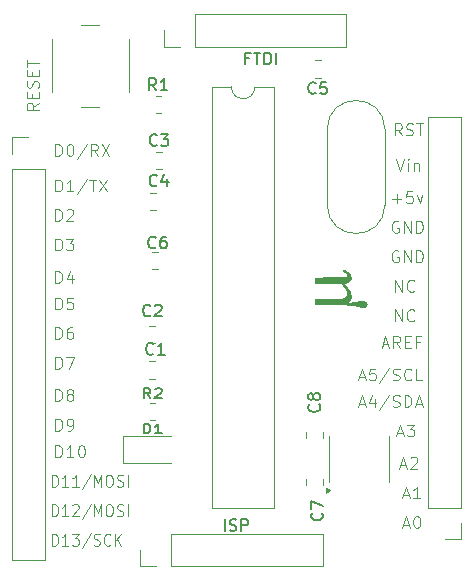
<source format=gbr>
%TF.GenerationSoftware,KiCad,Pcbnew,9.0.2*%
%TF.CreationDate,2025-07-07T19:43:33+05:30*%
%TF.ProjectId,Atmega328p_based,41746d65-6761-4333-9238-705f62617365,rev?*%
%TF.SameCoordinates,Original*%
%TF.FileFunction,Legend,Top*%
%TF.FilePolarity,Positive*%
%FSLAX46Y46*%
G04 Gerber Fmt 4.6, Leading zero omitted, Abs format (unit mm)*
G04 Created by KiCad (PCBNEW 9.0.2) date 2025-07-07 19:43:33*
%MOMM*%
%LPD*%
G01*
G04 APERTURE LIST*
%ADD10C,0.100000*%
%ADD11C,0.200000*%
%ADD12C,0.150000*%
%ADD13C,0.000000*%
%ADD14C,0.120000*%
G04 APERTURE END LIST*
D10*
X163125312Y-73372419D02*
X162791979Y-72896228D01*
X162553884Y-73372419D02*
X162553884Y-72372419D01*
X162553884Y-72372419D02*
X162934836Y-72372419D01*
X162934836Y-72372419D02*
X163030074Y-72420038D01*
X163030074Y-72420038D02*
X163077693Y-72467657D01*
X163077693Y-72467657D02*
X163125312Y-72562895D01*
X163125312Y-72562895D02*
X163125312Y-72705752D01*
X163125312Y-72705752D02*
X163077693Y-72800990D01*
X163077693Y-72800990D02*
X163030074Y-72848609D01*
X163030074Y-72848609D02*
X162934836Y-72896228D01*
X162934836Y-72896228D02*
X162553884Y-72896228D01*
X163506265Y-73324800D02*
X163649122Y-73372419D01*
X163649122Y-73372419D02*
X163887217Y-73372419D01*
X163887217Y-73372419D02*
X163982455Y-73324800D01*
X163982455Y-73324800D02*
X164030074Y-73277180D01*
X164030074Y-73277180D02*
X164077693Y-73181942D01*
X164077693Y-73181942D02*
X164077693Y-73086704D01*
X164077693Y-73086704D02*
X164030074Y-72991466D01*
X164030074Y-72991466D02*
X163982455Y-72943847D01*
X163982455Y-72943847D02*
X163887217Y-72896228D01*
X163887217Y-72896228D02*
X163696741Y-72848609D01*
X163696741Y-72848609D02*
X163601503Y-72800990D01*
X163601503Y-72800990D02*
X163553884Y-72753371D01*
X163553884Y-72753371D02*
X163506265Y-72658133D01*
X163506265Y-72658133D02*
X163506265Y-72562895D01*
X163506265Y-72562895D02*
X163553884Y-72467657D01*
X163553884Y-72467657D02*
X163601503Y-72420038D01*
X163601503Y-72420038D02*
X163696741Y-72372419D01*
X163696741Y-72372419D02*
X163934836Y-72372419D01*
X163934836Y-72372419D02*
X164077693Y-72420038D01*
X164363408Y-72372419D02*
X164934836Y-72372419D01*
X164649122Y-73372419D02*
X164649122Y-72372419D01*
X133530074Y-105622419D02*
X133530074Y-104622419D01*
X133530074Y-104622419D02*
X133744360Y-104622419D01*
X133744360Y-104622419D02*
X133872931Y-104670038D01*
X133872931Y-104670038D02*
X133958646Y-104765276D01*
X133958646Y-104765276D02*
X134001503Y-104860514D01*
X134001503Y-104860514D02*
X134044360Y-105050990D01*
X134044360Y-105050990D02*
X134044360Y-105193847D01*
X134044360Y-105193847D02*
X134001503Y-105384323D01*
X134001503Y-105384323D02*
X133958646Y-105479561D01*
X133958646Y-105479561D02*
X133872931Y-105574800D01*
X133872931Y-105574800D02*
X133744360Y-105622419D01*
X133744360Y-105622419D02*
X133530074Y-105622419D01*
X134901503Y-105622419D02*
X134387217Y-105622419D01*
X134644360Y-105622419D02*
X134644360Y-104622419D01*
X134644360Y-104622419D02*
X134558646Y-104765276D01*
X134558646Y-104765276D02*
X134472931Y-104860514D01*
X134472931Y-104860514D02*
X134387217Y-104908133D01*
X135244360Y-104717657D02*
X135287217Y-104670038D01*
X135287217Y-104670038D02*
X135372932Y-104622419D01*
X135372932Y-104622419D02*
X135587217Y-104622419D01*
X135587217Y-104622419D02*
X135672932Y-104670038D01*
X135672932Y-104670038D02*
X135715789Y-104717657D01*
X135715789Y-104717657D02*
X135758646Y-104812895D01*
X135758646Y-104812895D02*
X135758646Y-104908133D01*
X135758646Y-104908133D02*
X135715789Y-105050990D01*
X135715789Y-105050990D02*
X135201503Y-105622419D01*
X135201503Y-105622419D02*
X135758646Y-105622419D01*
X136787217Y-104574800D02*
X136015789Y-105860514D01*
X137087217Y-105622419D02*
X137087217Y-104622419D01*
X137087217Y-104622419D02*
X137387217Y-105336704D01*
X137387217Y-105336704D02*
X137687217Y-104622419D01*
X137687217Y-104622419D02*
X137687217Y-105622419D01*
X138287217Y-104622419D02*
X138458645Y-104622419D01*
X138458645Y-104622419D02*
X138544360Y-104670038D01*
X138544360Y-104670038D02*
X138630074Y-104765276D01*
X138630074Y-104765276D02*
X138672931Y-104955752D01*
X138672931Y-104955752D02*
X138672931Y-105289085D01*
X138672931Y-105289085D02*
X138630074Y-105479561D01*
X138630074Y-105479561D02*
X138544360Y-105574800D01*
X138544360Y-105574800D02*
X138458645Y-105622419D01*
X138458645Y-105622419D02*
X138287217Y-105622419D01*
X138287217Y-105622419D02*
X138201503Y-105574800D01*
X138201503Y-105574800D02*
X138115788Y-105479561D01*
X138115788Y-105479561D02*
X138072931Y-105289085D01*
X138072931Y-105289085D02*
X138072931Y-104955752D01*
X138072931Y-104955752D02*
X138115788Y-104765276D01*
X138115788Y-104765276D02*
X138201503Y-104670038D01*
X138201503Y-104670038D02*
X138287217Y-104622419D01*
X139015788Y-105574800D02*
X139144360Y-105622419D01*
X139144360Y-105622419D02*
X139358645Y-105622419D01*
X139358645Y-105622419D02*
X139444360Y-105574800D01*
X139444360Y-105574800D02*
X139487217Y-105527180D01*
X139487217Y-105527180D02*
X139530074Y-105431942D01*
X139530074Y-105431942D02*
X139530074Y-105336704D01*
X139530074Y-105336704D02*
X139487217Y-105241466D01*
X139487217Y-105241466D02*
X139444360Y-105193847D01*
X139444360Y-105193847D02*
X139358645Y-105146228D01*
X139358645Y-105146228D02*
X139187217Y-105098609D01*
X139187217Y-105098609D02*
X139101502Y-105050990D01*
X139101502Y-105050990D02*
X139058645Y-105003371D01*
X139058645Y-105003371D02*
X139015788Y-104908133D01*
X139015788Y-104908133D02*
X139015788Y-104812895D01*
X139015788Y-104812895D02*
X139058645Y-104717657D01*
X139058645Y-104717657D02*
X139101502Y-104670038D01*
X139101502Y-104670038D02*
X139187217Y-104622419D01*
X139187217Y-104622419D02*
X139401502Y-104622419D01*
X139401502Y-104622419D02*
X139530074Y-104670038D01*
X139915788Y-105622419D02*
X139915788Y-104622419D01*
X163256265Y-106336704D02*
X163732455Y-106336704D01*
X163161027Y-106622419D02*
X163494360Y-105622419D01*
X163494360Y-105622419D02*
X163827693Y-106622419D01*
X164351503Y-105622419D02*
X164446741Y-105622419D01*
X164446741Y-105622419D02*
X164541979Y-105670038D01*
X164541979Y-105670038D02*
X164589598Y-105717657D01*
X164589598Y-105717657D02*
X164637217Y-105812895D01*
X164637217Y-105812895D02*
X164684836Y-106003371D01*
X164684836Y-106003371D02*
X164684836Y-106241466D01*
X164684836Y-106241466D02*
X164637217Y-106431942D01*
X164637217Y-106431942D02*
X164589598Y-106527180D01*
X164589598Y-106527180D02*
X164541979Y-106574800D01*
X164541979Y-106574800D02*
X164446741Y-106622419D01*
X164446741Y-106622419D02*
X164351503Y-106622419D01*
X164351503Y-106622419D02*
X164256265Y-106574800D01*
X164256265Y-106574800D02*
X164208646Y-106527180D01*
X164208646Y-106527180D02*
X164161027Y-106431942D01*
X164161027Y-106431942D02*
X164113408Y-106241466D01*
X164113408Y-106241466D02*
X164113408Y-106003371D01*
X164113408Y-106003371D02*
X164161027Y-105812895D01*
X164161027Y-105812895D02*
X164208646Y-105717657D01*
X164208646Y-105717657D02*
X164256265Y-105670038D01*
X164256265Y-105670038D02*
X164351503Y-105622419D01*
X162553884Y-86622419D02*
X162553884Y-85622419D01*
X162553884Y-85622419D02*
X163125312Y-86622419D01*
X163125312Y-86622419D02*
X163125312Y-85622419D01*
X164172931Y-86527180D02*
X164125312Y-86574800D01*
X164125312Y-86574800D02*
X163982455Y-86622419D01*
X163982455Y-86622419D02*
X163887217Y-86622419D01*
X163887217Y-86622419D02*
X163744360Y-86574800D01*
X163744360Y-86574800D02*
X163649122Y-86479561D01*
X163649122Y-86479561D02*
X163601503Y-86384323D01*
X163601503Y-86384323D02*
X163553884Y-86193847D01*
X163553884Y-86193847D02*
X163553884Y-86050990D01*
X163553884Y-86050990D02*
X163601503Y-85860514D01*
X163601503Y-85860514D02*
X163649122Y-85765276D01*
X163649122Y-85765276D02*
X163744360Y-85670038D01*
X163744360Y-85670038D02*
X163887217Y-85622419D01*
X163887217Y-85622419D02*
X163982455Y-85622419D01*
X163982455Y-85622419D02*
X164125312Y-85670038D01*
X164125312Y-85670038D02*
X164172931Y-85717657D01*
X162303884Y-78741466D02*
X163065789Y-78741466D01*
X162684836Y-79122419D02*
X162684836Y-78360514D01*
X164018169Y-78122419D02*
X163541979Y-78122419D01*
X163541979Y-78122419D02*
X163494360Y-78598609D01*
X163494360Y-78598609D02*
X163541979Y-78550990D01*
X163541979Y-78550990D02*
X163637217Y-78503371D01*
X163637217Y-78503371D02*
X163875312Y-78503371D01*
X163875312Y-78503371D02*
X163970550Y-78550990D01*
X163970550Y-78550990D02*
X164018169Y-78598609D01*
X164018169Y-78598609D02*
X164065788Y-78693847D01*
X164065788Y-78693847D02*
X164065788Y-78931942D01*
X164065788Y-78931942D02*
X164018169Y-79027180D01*
X164018169Y-79027180D02*
X163970550Y-79074800D01*
X163970550Y-79074800D02*
X163875312Y-79122419D01*
X163875312Y-79122419D02*
X163637217Y-79122419D01*
X163637217Y-79122419D02*
X163541979Y-79074800D01*
X163541979Y-79074800D02*
X163494360Y-79027180D01*
X164399122Y-78455752D02*
X164637217Y-79122419D01*
X164637217Y-79122419D02*
X164875312Y-78455752D01*
X133530074Y-103122419D02*
X133530074Y-102122419D01*
X133530074Y-102122419D02*
X133744360Y-102122419D01*
X133744360Y-102122419D02*
X133872931Y-102170038D01*
X133872931Y-102170038D02*
X133958646Y-102265276D01*
X133958646Y-102265276D02*
X134001503Y-102360514D01*
X134001503Y-102360514D02*
X134044360Y-102550990D01*
X134044360Y-102550990D02*
X134044360Y-102693847D01*
X134044360Y-102693847D02*
X134001503Y-102884323D01*
X134001503Y-102884323D02*
X133958646Y-102979561D01*
X133958646Y-102979561D02*
X133872931Y-103074800D01*
X133872931Y-103074800D02*
X133744360Y-103122419D01*
X133744360Y-103122419D02*
X133530074Y-103122419D01*
X134901503Y-103122419D02*
X134387217Y-103122419D01*
X134644360Y-103122419D02*
X134644360Y-102122419D01*
X134644360Y-102122419D02*
X134558646Y-102265276D01*
X134558646Y-102265276D02*
X134472931Y-102360514D01*
X134472931Y-102360514D02*
X134387217Y-102408133D01*
X135758646Y-103122419D02*
X135244360Y-103122419D01*
X135501503Y-103122419D02*
X135501503Y-102122419D01*
X135501503Y-102122419D02*
X135415789Y-102265276D01*
X135415789Y-102265276D02*
X135330074Y-102360514D01*
X135330074Y-102360514D02*
X135244360Y-102408133D01*
X136787217Y-102074800D02*
X136015789Y-103360514D01*
X137087217Y-103122419D02*
X137087217Y-102122419D01*
X137087217Y-102122419D02*
X137387217Y-102836704D01*
X137387217Y-102836704D02*
X137687217Y-102122419D01*
X137687217Y-102122419D02*
X137687217Y-103122419D01*
X138287217Y-102122419D02*
X138458645Y-102122419D01*
X138458645Y-102122419D02*
X138544360Y-102170038D01*
X138544360Y-102170038D02*
X138630074Y-102265276D01*
X138630074Y-102265276D02*
X138672931Y-102455752D01*
X138672931Y-102455752D02*
X138672931Y-102789085D01*
X138672931Y-102789085D02*
X138630074Y-102979561D01*
X138630074Y-102979561D02*
X138544360Y-103074800D01*
X138544360Y-103074800D02*
X138458645Y-103122419D01*
X138458645Y-103122419D02*
X138287217Y-103122419D01*
X138287217Y-103122419D02*
X138201503Y-103074800D01*
X138201503Y-103074800D02*
X138115788Y-102979561D01*
X138115788Y-102979561D02*
X138072931Y-102789085D01*
X138072931Y-102789085D02*
X138072931Y-102455752D01*
X138072931Y-102455752D02*
X138115788Y-102265276D01*
X138115788Y-102265276D02*
X138201503Y-102170038D01*
X138201503Y-102170038D02*
X138287217Y-102122419D01*
X139015788Y-103074800D02*
X139144360Y-103122419D01*
X139144360Y-103122419D02*
X139358645Y-103122419D01*
X139358645Y-103122419D02*
X139444360Y-103074800D01*
X139444360Y-103074800D02*
X139487217Y-103027180D01*
X139487217Y-103027180D02*
X139530074Y-102931942D01*
X139530074Y-102931942D02*
X139530074Y-102836704D01*
X139530074Y-102836704D02*
X139487217Y-102741466D01*
X139487217Y-102741466D02*
X139444360Y-102693847D01*
X139444360Y-102693847D02*
X139358645Y-102646228D01*
X139358645Y-102646228D02*
X139187217Y-102598609D01*
X139187217Y-102598609D02*
X139101502Y-102550990D01*
X139101502Y-102550990D02*
X139058645Y-102503371D01*
X139058645Y-102503371D02*
X139015788Y-102408133D01*
X139015788Y-102408133D02*
X139015788Y-102312895D01*
X139015788Y-102312895D02*
X139058645Y-102217657D01*
X139058645Y-102217657D02*
X139101502Y-102170038D01*
X139101502Y-102170038D02*
X139187217Y-102122419D01*
X139187217Y-102122419D02*
X139401502Y-102122419D01*
X139401502Y-102122419D02*
X139530074Y-102170038D01*
X139915788Y-103122419D02*
X139915788Y-102122419D01*
X133803884Y-93122419D02*
X133803884Y-92122419D01*
X133803884Y-92122419D02*
X134041979Y-92122419D01*
X134041979Y-92122419D02*
X134184836Y-92170038D01*
X134184836Y-92170038D02*
X134280074Y-92265276D01*
X134280074Y-92265276D02*
X134327693Y-92360514D01*
X134327693Y-92360514D02*
X134375312Y-92550990D01*
X134375312Y-92550990D02*
X134375312Y-92693847D01*
X134375312Y-92693847D02*
X134327693Y-92884323D01*
X134327693Y-92884323D02*
X134280074Y-92979561D01*
X134280074Y-92979561D02*
X134184836Y-93074800D01*
X134184836Y-93074800D02*
X134041979Y-93122419D01*
X134041979Y-93122419D02*
X133803884Y-93122419D01*
X134708646Y-92122419D02*
X135375312Y-92122419D01*
X135375312Y-92122419D02*
X134946741Y-93122419D01*
X161506265Y-91086704D02*
X161982455Y-91086704D01*
X161411027Y-91372419D02*
X161744360Y-90372419D01*
X161744360Y-90372419D02*
X162077693Y-91372419D01*
X162982455Y-91372419D02*
X162649122Y-90896228D01*
X162411027Y-91372419D02*
X162411027Y-90372419D01*
X162411027Y-90372419D02*
X162791979Y-90372419D01*
X162791979Y-90372419D02*
X162887217Y-90420038D01*
X162887217Y-90420038D02*
X162934836Y-90467657D01*
X162934836Y-90467657D02*
X162982455Y-90562895D01*
X162982455Y-90562895D02*
X162982455Y-90705752D01*
X162982455Y-90705752D02*
X162934836Y-90800990D01*
X162934836Y-90800990D02*
X162887217Y-90848609D01*
X162887217Y-90848609D02*
X162791979Y-90896228D01*
X162791979Y-90896228D02*
X162411027Y-90896228D01*
X163411027Y-90848609D02*
X163744360Y-90848609D01*
X163887217Y-91372419D02*
X163411027Y-91372419D01*
X163411027Y-91372419D02*
X163411027Y-90372419D01*
X163411027Y-90372419D02*
X163887217Y-90372419D01*
X164649122Y-90848609D02*
X164315789Y-90848609D01*
X164315789Y-91372419D02*
X164315789Y-90372419D01*
X164315789Y-90372419D02*
X164791979Y-90372419D01*
D11*
X150203006Y-66843409D02*
X149869673Y-66843409D01*
X149869673Y-67367219D02*
X149869673Y-66367219D01*
X149869673Y-66367219D02*
X150345863Y-66367219D01*
X150583959Y-66367219D02*
X151155387Y-66367219D01*
X150869673Y-67367219D02*
X150869673Y-66367219D01*
X151488721Y-67367219D02*
X151488721Y-66367219D01*
X151488721Y-66367219D02*
X151726816Y-66367219D01*
X151726816Y-66367219D02*
X151869673Y-66414838D01*
X151869673Y-66414838D02*
X151964911Y-66510076D01*
X151964911Y-66510076D02*
X152012530Y-66605314D01*
X152012530Y-66605314D02*
X152060149Y-66795790D01*
X152060149Y-66795790D02*
X152060149Y-66938647D01*
X152060149Y-66938647D02*
X152012530Y-67129123D01*
X152012530Y-67129123D02*
X151964911Y-67224361D01*
X151964911Y-67224361D02*
X151869673Y-67319600D01*
X151869673Y-67319600D02*
X151726816Y-67367219D01*
X151726816Y-67367219D02*
X151488721Y-67367219D01*
X152488721Y-67367219D02*
X152488721Y-66367219D01*
D10*
X133803884Y-80622419D02*
X133803884Y-79622419D01*
X133803884Y-79622419D02*
X134041979Y-79622419D01*
X134041979Y-79622419D02*
X134184836Y-79670038D01*
X134184836Y-79670038D02*
X134280074Y-79765276D01*
X134280074Y-79765276D02*
X134327693Y-79860514D01*
X134327693Y-79860514D02*
X134375312Y-80050990D01*
X134375312Y-80050990D02*
X134375312Y-80193847D01*
X134375312Y-80193847D02*
X134327693Y-80384323D01*
X134327693Y-80384323D02*
X134280074Y-80479561D01*
X134280074Y-80479561D02*
X134184836Y-80574800D01*
X134184836Y-80574800D02*
X134041979Y-80622419D01*
X134041979Y-80622419D02*
X133803884Y-80622419D01*
X134756265Y-79717657D02*
X134803884Y-79670038D01*
X134803884Y-79670038D02*
X134899122Y-79622419D01*
X134899122Y-79622419D02*
X135137217Y-79622419D01*
X135137217Y-79622419D02*
X135232455Y-79670038D01*
X135232455Y-79670038D02*
X135280074Y-79717657D01*
X135280074Y-79717657D02*
X135327693Y-79812895D01*
X135327693Y-79812895D02*
X135327693Y-79908133D01*
X135327693Y-79908133D02*
X135280074Y-80050990D01*
X135280074Y-80050990D02*
X134708646Y-80622419D01*
X134708646Y-80622419D02*
X135327693Y-80622419D01*
X162827693Y-80670038D02*
X162732455Y-80622419D01*
X162732455Y-80622419D02*
X162589598Y-80622419D01*
X162589598Y-80622419D02*
X162446741Y-80670038D01*
X162446741Y-80670038D02*
X162351503Y-80765276D01*
X162351503Y-80765276D02*
X162303884Y-80860514D01*
X162303884Y-80860514D02*
X162256265Y-81050990D01*
X162256265Y-81050990D02*
X162256265Y-81193847D01*
X162256265Y-81193847D02*
X162303884Y-81384323D01*
X162303884Y-81384323D02*
X162351503Y-81479561D01*
X162351503Y-81479561D02*
X162446741Y-81574800D01*
X162446741Y-81574800D02*
X162589598Y-81622419D01*
X162589598Y-81622419D02*
X162684836Y-81622419D01*
X162684836Y-81622419D02*
X162827693Y-81574800D01*
X162827693Y-81574800D02*
X162875312Y-81527180D01*
X162875312Y-81527180D02*
X162875312Y-81193847D01*
X162875312Y-81193847D02*
X162684836Y-81193847D01*
X163303884Y-81622419D02*
X163303884Y-80622419D01*
X163303884Y-80622419D02*
X163875312Y-81622419D01*
X163875312Y-81622419D02*
X163875312Y-80622419D01*
X164351503Y-81622419D02*
X164351503Y-80622419D01*
X164351503Y-80622419D02*
X164589598Y-80622419D01*
X164589598Y-80622419D02*
X164732455Y-80670038D01*
X164732455Y-80670038D02*
X164827693Y-80765276D01*
X164827693Y-80765276D02*
X164875312Y-80860514D01*
X164875312Y-80860514D02*
X164922931Y-81050990D01*
X164922931Y-81050990D02*
X164922931Y-81193847D01*
X164922931Y-81193847D02*
X164875312Y-81384323D01*
X164875312Y-81384323D02*
X164827693Y-81479561D01*
X164827693Y-81479561D02*
X164732455Y-81574800D01*
X164732455Y-81574800D02*
X164589598Y-81622419D01*
X164589598Y-81622419D02*
X164351503Y-81622419D01*
D11*
X148119673Y-106867219D02*
X148119673Y-105867219D01*
X148548244Y-106819600D02*
X148691101Y-106867219D01*
X148691101Y-106867219D02*
X148929196Y-106867219D01*
X148929196Y-106867219D02*
X149024434Y-106819600D01*
X149024434Y-106819600D02*
X149072053Y-106771980D01*
X149072053Y-106771980D02*
X149119672Y-106676742D01*
X149119672Y-106676742D02*
X149119672Y-106581504D01*
X149119672Y-106581504D02*
X149072053Y-106486266D01*
X149072053Y-106486266D02*
X149024434Y-106438647D01*
X149024434Y-106438647D02*
X148929196Y-106391028D01*
X148929196Y-106391028D02*
X148738720Y-106343409D01*
X148738720Y-106343409D02*
X148643482Y-106295790D01*
X148643482Y-106295790D02*
X148595863Y-106248171D01*
X148595863Y-106248171D02*
X148548244Y-106152933D01*
X148548244Y-106152933D02*
X148548244Y-106057695D01*
X148548244Y-106057695D02*
X148595863Y-105962457D01*
X148595863Y-105962457D02*
X148643482Y-105914838D01*
X148643482Y-105914838D02*
X148738720Y-105867219D01*
X148738720Y-105867219D02*
X148976815Y-105867219D01*
X148976815Y-105867219D02*
X149119672Y-105914838D01*
X149548244Y-106867219D02*
X149548244Y-105867219D01*
X149548244Y-105867219D02*
X149929196Y-105867219D01*
X149929196Y-105867219D02*
X150024434Y-105914838D01*
X150024434Y-105914838D02*
X150072053Y-105962457D01*
X150072053Y-105962457D02*
X150119672Y-106057695D01*
X150119672Y-106057695D02*
X150119672Y-106200552D01*
X150119672Y-106200552D02*
X150072053Y-106295790D01*
X150072053Y-106295790D02*
X150024434Y-106343409D01*
X150024434Y-106343409D02*
X149929196Y-106391028D01*
X149929196Y-106391028D02*
X149548244Y-106391028D01*
D10*
X133803884Y-85872419D02*
X133803884Y-84872419D01*
X133803884Y-84872419D02*
X134041979Y-84872419D01*
X134041979Y-84872419D02*
X134184836Y-84920038D01*
X134184836Y-84920038D02*
X134280074Y-85015276D01*
X134280074Y-85015276D02*
X134327693Y-85110514D01*
X134327693Y-85110514D02*
X134375312Y-85300990D01*
X134375312Y-85300990D02*
X134375312Y-85443847D01*
X134375312Y-85443847D02*
X134327693Y-85634323D01*
X134327693Y-85634323D02*
X134280074Y-85729561D01*
X134280074Y-85729561D02*
X134184836Y-85824800D01*
X134184836Y-85824800D02*
X134041979Y-85872419D01*
X134041979Y-85872419D02*
X133803884Y-85872419D01*
X135232455Y-85205752D02*
X135232455Y-85872419D01*
X134994360Y-84824800D02*
X134756265Y-85539085D01*
X134756265Y-85539085D02*
X135375312Y-85539085D01*
X133803884Y-75122419D02*
X133803884Y-74122419D01*
X133803884Y-74122419D02*
X134041979Y-74122419D01*
X134041979Y-74122419D02*
X134184836Y-74170038D01*
X134184836Y-74170038D02*
X134280074Y-74265276D01*
X134280074Y-74265276D02*
X134327693Y-74360514D01*
X134327693Y-74360514D02*
X134375312Y-74550990D01*
X134375312Y-74550990D02*
X134375312Y-74693847D01*
X134375312Y-74693847D02*
X134327693Y-74884323D01*
X134327693Y-74884323D02*
X134280074Y-74979561D01*
X134280074Y-74979561D02*
X134184836Y-75074800D01*
X134184836Y-75074800D02*
X134041979Y-75122419D01*
X134041979Y-75122419D02*
X133803884Y-75122419D01*
X134994360Y-74122419D02*
X135089598Y-74122419D01*
X135089598Y-74122419D02*
X135184836Y-74170038D01*
X135184836Y-74170038D02*
X135232455Y-74217657D01*
X135232455Y-74217657D02*
X135280074Y-74312895D01*
X135280074Y-74312895D02*
X135327693Y-74503371D01*
X135327693Y-74503371D02*
X135327693Y-74741466D01*
X135327693Y-74741466D02*
X135280074Y-74931942D01*
X135280074Y-74931942D02*
X135232455Y-75027180D01*
X135232455Y-75027180D02*
X135184836Y-75074800D01*
X135184836Y-75074800D02*
X135089598Y-75122419D01*
X135089598Y-75122419D02*
X134994360Y-75122419D01*
X134994360Y-75122419D02*
X134899122Y-75074800D01*
X134899122Y-75074800D02*
X134851503Y-75027180D01*
X134851503Y-75027180D02*
X134803884Y-74931942D01*
X134803884Y-74931942D02*
X134756265Y-74741466D01*
X134756265Y-74741466D02*
X134756265Y-74503371D01*
X134756265Y-74503371D02*
X134803884Y-74312895D01*
X134803884Y-74312895D02*
X134851503Y-74217657D01*
X134851503Y-74217657D02*
X134899122Y-74170038D01*
X134899122Y-74170038D02*
X134994360Y-74122419D01*
X136470550Y-74074800D02*
X135613408Y-75360514D01*
X137375312Y-75122419D02*
X137041979Y-74646228D01*
X136803884Y-75122419D02*
X136803884Y-74122419D01*
X136803884Y-74122419D02*
X137184836Y-74122419D01*
X137184836Y-74122419D02*
X137280074Y-74170038D01*
X137280074Y-74170038D02*
X137327693Y-74217657D01*
X137327693Y-74217657D02*
X137375312Y-74312895D01*
X137375312Y-74312895D02*
X137375312Y-74455752D01*
X137375312Y-74455752D02*
X137327693Y-74550990D01*
X137327693Y-74550990D02*
X137280074Y-74598609D01*
X137280074Y-74598609D02*
X137184836Y-74646228D01*
X137184836Y-74646228D02*
X136803884Y-74646228D01*
X137708646Y-74122419D02*
X138375312Y-75122419D01*
X138375312Y-74122419D02*
X137708646Y-75122419D01*
X132372419Y-70624687D02*
X131896228Y-70958020D01*
X132372419Y-71196115D02*
X131372419Y-71196115D01*
X131372419Y-71196115D02*
X131372419Y-70815163D01*
X131372419Y-70815163D02*
X131420038Y-70719925D01*
X131420038Y-70719925D02*
X131467657Y-70672306D01*
X131467657Y-70672306D02*
X131562895Y-70624687D01*
X131562895Y-70624687D02*
X131705752Y-70624687D01*
X131705752Y-70624687D02*
X131800990Y-70672306D01*
X131800990Y-70672306D02*
X131848609Y-70719925D01*
X131848609Y-70719925D02*
X131896228Y-70815163D01*
X131896228Y-70815163D02*
X131896228Y-71196115D01*
X131848609Y-70196115D02*
X131848609Y-69862782D01*
X132372419Y-69719925D02*
X132372419Y-70196115D01*
X132372419Y-70196115D02*
X131372419Y-70196115D01*
X131372419Y-70196115D02*
X131372419Y-69719925D01*
X132324800Y-69338972D02*
X132372419Y-69196115D01*
X132372419Y-69196115D02*
X132372419Y-68958020D01*
X132372419Y-68958020D02*
X132324800Y-68862782D01*
X132324800Y-68862782D02*
X132277180Y-68815163D01*
X132277180Y-68815163D02*
X132181942Y-68767544D01*
X132181942Y-68767544D02*
X132086704Y-68767544D01*
X132086704Y-68767544D02*
X131991466Y-68815163D01*
X131991466Y-68815163D02*
X131943847Y-68862782D01*
X131943847Y-68862782D02*
X131896228Y-68958020D01*
X131896228Y-68958020D02*
X131848609Y-69148496D01*
X131848609Y-69148496D02*
X131800990Y-69243734D01*
X131800990Y-69243734D02*
X131753371Y-69291353D01*
X131753371Y-69291353D02*
X131658133Y-69338972D01*
X131658133Y-69338972D02*
X131562895Y-69338972D01*
X131562895Y-69338972D02*
X131467657Y-69291353D01*
X131467657Y-69291353D02*
X131420038Y-69243734D01*
X131420038Y-69243734D02*
X131372419Y-69148496D01*
X131372419Y-69148496D02*
X131372419Y-68910401D01*
X131372419Y-68910401D02*
X131420038Y-68767544D01*
X131848609Y-68338972D02*
X131848609Y-68005639D01*
X132372419Y-67862782D02*
X132372419Y-68338972D01*
X132372419Y-68338972D02*
X131372419Y-68338972D01*
X131372419Y-68338972D02*
X131372419Y-67862782D01*
X131372419Y-67577067D02*
X131372419Y-67005639D01*
X132372419Y-67291353D02*
X131372419Y-67291353D01*
X133803884Y-78122419D02*
X133803884Y-77122419D01*
X133803884Y-77122419D02*
X134041979Y-77122419D01*
X134041979Y-77122419D02*
X134184836Y-77170038D01*
X134184836Y-77170038D02*
X134280074Y-77265276D01*
X134280074Y-77265276D02*
X134327693Y-77360514D01*
X134327693Y-77360514D02*
X134375312Y-77550990D01*
X134375312Y-77550990D02*
X134375312Y-77693847D01*
X134375312Y-77693847D02*
X134327693Y-77884323D01*
X134327693Y-77884323D02*
X134280074Y-77979561D01*
X134280074Y-77979561D02*
X134184836Y-78074800D01*
X134184836Y-78074800D02*
X134041979Y-78122419D01*
X134041979Y-78122419D02*
X133803884Y-78122419D01*
X135327693Y-78122419D02*
X134756265Y-78122419D01*
X135041979Y-78122419D02*
X135041979Y-77122419D01*
X135041979Y-77122419D02*
X134946741Y-77265276D01*
X134946741Y-77265276D02*
X134851503Y-77360514D01*
X134851503Y-77360514D02*
X134756265Y-77408133D01*
X136470550Y-77074800D02*
X135613408Y-78360514D01*
X136661027Y-77122419D02*
X137232455Y-77122419D01*
X136946741Y-78122419D02*
X136946741Y-77122419D01*
X137470551Y-77122419D02*
X138137217Y-78122419D01*
X138137217Y-77122419D02*
X137470551Y-78122419D01*
X133803884Y-83122419D02*
X133803884Y-82122419D01*
X133803884Y-82122419D02*
X134041979Y-82122419D01*
X134041979Y-82122419D02*
X134184836Y-82170038D01*
X134184836Y-82170038D02*
X134280074Y-82265276D01*
X134280074Y-82265276D02*
X134327693Y-82360514D01*
X134327693Y-82360514D02*
X134375312Y-82550990D01*
X134375312Y-82550990D02*
X134375312Y-82693847D01*
X134375312Y-82693847D02*
X134327693Y-82884323D01*
X134327693Y-82884323D02*
X134280074Y-82979561D01*
X134280074Y-82979561D02*
X134184836Y-83074800D01*
X134184836Y-83074800D02*
X134041979Y-83122419D01*
X134041979Y-83122419D02*
X133803884Y-83122419D01*
X134708646Y-82122419D02*
X135327693Y-82122419D01*
X135327693Y-82122419D02*
X134994360Y-82503371D01*
X134994360Y-82503371D02*
X135137217Y-82503371D01*
X135137217Y-82503371D02*
X135232455Y-82550990D01*
X135232455Y-82550990D02*
X135280074Y-82598609D01*
X135280074Y-82598609D02*
X135327693Y-82693847D01*
X135327693Y-82693847D02*
X135327693Y-82931942D01*
X135327693Y-82931942D02*
X135280074Y-83027180D01*
X135280074Y-83027180D02*
X135232455Y-83074800D01*
X135232455Y-83074800D02*
X135137217Y-83122419D01*
X135137217Y-83122419D02*
X134851503Y-83122419D01*
X134851503Y-83122419D02*
X134756265Y-83074800D01*
X134756265Y-83074800D02*
X134708646Y-83027180D01*
X133530074Y-108122419D02*
X133530074Y-107122419D01*
X133530074Y-107122419D02*
X133744360Y-107122419D01*
X133744360Y-107122419D02*
X133872931Y-107170038D01*
X133872931Y-107170038D02*
X133958646Y-107265276D01*
X133958646Y-107265276D02*
X134001503Y-107360514D01*
X134001503Y-107360514D02*
X134044360Y-107550990D01*
X134044360Y-107550990D02*
X134044360Y-107693847D01*
X134044360Y-107693847D02*
X134001503Y-107884323D01*
X134001503Y-107884323D02*
X133958646Y-107979561D01*
X133958646Y-107979561D02*
X133872931Y-108074800D01*
X133872931Y-108074800D02*
X133744360Y-108122419D01*
X133744360Y-108122419D02*
X133530074Y-108122419D01*
X134901503Y-108122419D02*
X134387217Y-108122419D01*
X134644360Y-108122419D02*
X134644360Y-107122419D01*
X134644360Y-107122419D02*
X134558646Y-107265276D01*
X134558646Y-107265276D02*
X134472931Y-107360514D01*
X134472931Y-107360514D02*
X134387217Y-107408133D01*
X135201503Y-107122419D02*
X135758646Y-107122419D01*
X135758646Y-107122419D02*
X135458646Y-107503371D01*
X135458646Y-107503371D02*
X135587217Y-107503371D01*
X135587217Y-107503371D02*
X135672932Y-107550990D01*
X135672932Y-107550990D02*
X135715789Y-107598609D01*
X135715789Y-107598609D02*
X135758646Y-107693847D01*
X135758646Y-107693847D02*
X135758646Y-107931942D01*
X135758646Y-107931942D02*
X135715789Y-108027180D01*
X135715789Y-108027180D02*
X135672932Y-108074800D01*
X135672932Y-108074800D02*
X135587217Y-108122419D01*
X135587217Y-108122419D02*
X135330074Y-108122419D01*
X135330074Y-108122419D02*
X135244360Y-108074800D01*
X135244360Y-108074800D02*
X135201503Y-108027180D01*
X136787217Y-107074800D02*
X136015789Y-108360514D01*
X137044360Y-108074800D02*
X137172932Y-108122419D01*
X137172932Y-108122419D02*
X137387217Y-108122419D01*
X137387217Y-108122419D02*
X137472932Y-108074800D01*
X137472932Y-108074800D02*
X137515789Y-108027180D01*
X137515789Y-108027180D02*
X137558646Y-107931942D01*
X137558646Y-107931942D02*
X137558646Y-107836704D01*
X137558646Y-107836704D02*
X137515789Y-107741466D01*
X137515789Y-107741466D02*
X137472932Y-107693847D01*
X137472932Y-107693847D02*
X137387217Y-107646228D01*
X137387217Y-107646228D02*
X137215789Y-107598609D01*
X137215789Y-107598609D02*
X137130074Y-107550990D01*
X137130074Y-107550990D02*
X137087217Y-107503371D01*
X137087217Y-107503371D02*
X137044360Y-107408133D01*
X137044360Y-107408133D02*
X137044360Y-107312895D01*
X137044360Y-107312895D02*
X137087217Y-107217657D01*
X137087217Y-107217657D02*
X137130074Y-107170038D01*
X137130074Y-107170038D02*
X137215789Y-107122419D01*
X137215789Y-107122419D02*
X137430074Y-107122419D01*
X137430074Y-107122419D02*
X137558646Y-107170038D01*
X138458646Y-108027180D02*
X138415789Y-108074800D01*
X138415789Y-108074800D02*
X138287217Y-108122419D01*
X138287217Y-108122419D02*
X138201503Y-108122419D01*
X138201503Y-108122419D02*
X138072932Y-108074800D01*
X138072932Y-108074800D02*
X137987217Y-107979561D01*
X137987217Y-107979561D02*
X137944360Y-107884323D01*
X137944360Y-107884323D02*
X137901503Y-107693847D01*
X137901503Y-107693847D02*
X137901503Y-107550990D01*
X137901503Y-107550990D02*
X137944360Y-107360514D01*
X137944360Y-107360514D02*
X137987217Y-107265276D01*
X137987217Y-107265276D02*
X138072932Y-107170038D01*
X138072932Y-107170038D02*
X138201503Y-107122419D01*
X138201503Y-107122419D02*
X138287217Y-107122419D01*
X138287217Y-107122419D02*
X138415789Y-107170038D01*
X138415789Y-107170038D02*
X138458646Y-107217657D01*
X138844360Y-108122419D02*
X138844360Y-107122419D01*
X139358646Y-108122419D02*
X138972932Y-107550990D01*
X139358646Y-107122419D02*
X138844360Y-107693847D01*
X133803884Y-88122419D02*
X133803884Y-87122419D01*
X133803884Y-87122419D02*
X134041979Y-87122419D01*
X134041979Y-87122419D02*
X134184836Y-87170038D01*
X134184836Y-87170038D02*
X134280074Y-87265276D01*
X134280074Y-87265276D02*
X134327693Y-87360514D01*
X134327693Y-87360514D02*
X134375312Y-87550990D01*
X134375312Y-87550990D02*
X134375312Y-87693847D01*
X134375312Y-87693847D02*
X134327693Y-87884323D01*
X134327693Y-87884323D02*
X134280074Y-87979561D01*
X134280074Y-87979561D02*
X134184836Y-88074800D01*
X134184836Y-88074800D02*
X134041979Y-88122419D01*
X134041979Y-88122419D02*
X133803884Y-88122419D01*
X135280074Y-87122419D02*
X134803884Y-87122419D01*
X134803884Y-87122419D02*
X134756265Y-87598609D01*
X134756265Y-87598609D02*
X134803884Y-87550990D01*
X134803884Y-87550990D02*
X134899122Y-87503371D01*
X134899122Y-87503371D02*
X135137217Y-87503371D01*
X135137217Y-87503371D02*
X135232455Y-87550990D01*
X135232455Y-87550990D02*
X135280074Y-87598609D01*
X135280074Y-87598609D02*
X135327693Y-87693847D01*
X135327693Y-87693847D02*
X135327693Y-87931942D01*
X135327693Y-87931942D02*
X135280074Y-88027180D01*
X135280074Y-88027180D02*
X135232455Y-88074800D01*
X135232455Y-88074800D02*
X135137217Y-88122419D01*
X135137217Y-88122419D02*
X134899122Y-88122419D01*
X134899122Y-88122419D02*
X134803884Y-88074800D01*
X134803884Y-88074800D02*
X134756265Y-88027180D01*
X133803884Y-98372419D02*
X133803884Y-97372419D01*
X133803884Y-97372419D02*
X134041979Y-97372419D01*
X134041979Y-97372419D02*
X134184836Y-97420038D01*
X134184836Y-97420038D02*
X134280074Y-97515276D01*
X134280074Y-97515276D02*
X134327693Y-97610514D01*
X134327693Y-97610514D02*
X134375312Y-97800990D01*
X134375312Y-97800990D02*
X134375312Y-97943847D01*
X134375312Y-97943847D02*
X134327693Y-98134323D01*
X134327693Y-98134323D02*
X134280074Y-98229561D01*
X134280074Y-98229561D02*
X134184836Y-98324800D01*
X134184836Y-98324800D02*
X134041979Y-98372419D01*
X134041979Y-98372419D02*
X133803884Y-98372419D01*
X134851503Y-98372419D02*
X135041979Y-98372419D01*
X135041979Y-98372419D02*
X135137217Y-98324800D01*
X135137217Y-98324800D02*
X135184836Y-98277180D01*
X135184836Y-98277180D02*
X135280074Y-98134323D01*
X135280074Y-98134323D02*
X135327693Y-97943847D01*
X135327693Y-97943847D02*
X135327693Y-97562895D01*
X135327693Y-97562895D02*
X135280074Y-97467657D01*
X135280074Y-97467657D02*
X135232455Y-97420038D01*
X135232455Y-97420038D02*
X135137217Y-97372419D01*
X135137217Y-97372419D02*
X134946741Y-97372419D01*
X134946741Y-97372419D02*
X134851503Y-97420038D01*
X134851503Y-97420038D02*
X134803884Y-97467657D01*
X134803884Y-97467657D02*
X134756265Y-97562895D01*
X134756265Y-97562895D02*
X134756265Y-97800990D01*
X134756265Y-97800990D02*
X134803884Y-97896228D01*
X134803884Y-97896228D02*
X134851503Y-97943847D01*
X134851503Y-97943847D02*
X134946741Y-97991466D01*
X134946741Y-97991466D02*
X135137217Y-97991466D01*
X135137217Y-97991466D02*
X135232455Y-97943847D01*
X135232455Y-97943847D02*
X135280074Y-97896228D01*
X135280074Y-97896228D02*
X135327693Y-97800990D01*
X133803884Y-90622419D02*
X133803884Y-89622419D01*
X133803884Y-89622419D02*
X134041979Y-89622419D01*
X134041979Y-89622419D02*
X134184836Y-89670038D01*
X134184836Y-89670038D02*
X134280074Y-89765276D01*
X134280074Y-89765276D02*
X134327693Y-89860514D01*
X134327693Y-89860514D02*
X134375312Y-90050990D01*
X134375312Y-90050990D02*
X134375312Y-90193847D01*
X134375312Y-90193847D02*
X134327693Y-90384323D01*
X134327693Y-90384323D02*
X134280074Y-90479561D01*
X134280074Y-90479561D02*
X134184836Y-90574800D01*
X134184836Y-90574800D02*
X134041979Y-90622419D01*
X134041979Y-90622419D02*
X133803884Y-90622419D01*
X135232455Y-89622419D02*
X135041979Y-89622419D01*
X135041979Y-89622419D02*
X134946741Y-89670038D01*
X134946741Y-89670038D02*
X134899122Y-89717657D01*
X134899122Y-89717657D02*
X134803884Y-89860514D01*
X134803884Y-89860514D02*
X134756265Y-90050990D01*
X134756265Y-90050990D02*
X134756265Y-90431942D01*
X134756265Y-90431942D02*
X134803884Y-90527180D01*
X134803884Y-90527180D02*
X134851503Y-90574800D01*
X134851503Y-90574800D02*
X134946741Y-90622419D01*
X134946741Y-90622419D02*
X135137217Y-90622419D01*
X135137217Y-90622419D02*
X135232455Y-90574800D01*
X135232455Y-90574800D02*
X135280074Y-90527180D01*
X135280074Y-90527180D02*
X135327693Y-90431942D01*
X135327693Y-90431942D02*
X135327693Y-90193847D01*
X135327693Y-90193847D02*
X135280074Y-90098609D01*
X135280074Y-90098609D02*
X135232455Y-90050990D01*
X135232455Y-90050990D02*
X135137217Y-90003371D01*
X135137217Y-90003371D02*
X134946741Y-90003371D01*
X134946741Y-90003371D02*
X134851503Y-90050990D01*
X134851503Y-90050990D02*
X134803884Y-90098609D01*
X134803884Y-90098609D02*
X134756265Y-90193847D01*
X163006265Y-101311704D02*
X163482455Y-101311704D01*
X162911027Y-101597419D02*
X163244360Y-100597419D01*
X163244360Y-100597419D02*
X163577693Y-101597419D01*
X163863408Y-100692657D02*
X163911027Y-100645038D01*
X163911027Y-100645038D02*
X164006265Y-100597419D01*
X164006265Y-100597419D02*
X164244360Y-100597419D01*
X164244360Y-100597419D02*
X164339598Y-100645038D01*
X164339598Y-100645038D02*
X164387217Y-100692657D01*
X164387217Y-100692657D02*
X164434836Y-100787895D01*
X164434836Y-100787895D02*
X164434836Y-100883133D01*
X164434836Y-100883133D02*
X164387217Y-101025990D01*
X164387217Y-101025990D02*
X163815789Y-101597419D01*
X163815789Y-101597419D02*
X164434836Y-101597419D01*
X162661027Y-75372419D02*
X162994360Y-76372419D01*
X162994360Y-76372419D02*
X163327693Y-75372419D01*
X163661027Y-76372419D02*
X163661027Y-75705752D01*
X163661027Y-75372419D02*
X163613408Y-75420038D01*
X163613408Y-75420038D02*
X163661027Y-75467657D01*
X163661027Y-75467657D02*
X163708646Y-75420038D01*
X163708646Y-75420038D02*
X163661027Y-75372419D01*
X163661027Y-75372419D02*
X163661027Y-75467657D01*
X164137217Y-75705752D02*
X164137217Y-76372419D01*
X164137217Y-75800990D02*
X164184836Y-75753371D01*
X164184836Y-75753371D02*
X164280074Y-75705752D01*
X164280074Y-75705752D02*
X164422931Y-75705752D01*
X164422931Y-75705752D02*
X164518169Y-75753371D01*
X164518169Y-75753371D02*
X164565788Y-75848609D01*
X164565788Y-75848609D02*
X164565788Y-76372419D01*
X159506265Y-96086704D02*
X159982455Y-96086704D01*
X159411027Y-96372419D02*
X159744360Y-95372419D01*
X159744360Y-95372419D02*
X160077693Y-96372419D01*
X160839598Y-95705752D02*
X160839598Y-96372419D01*
X160601503Y-95324800D02*
X160363408Y-96039085D01*
X160363408Y-96039085D02*
X160982455Y-96039085D01*
X162077693Y-95324800D02*
X161220551Y-96610514D01*
X162363408Y-96324800D02*
X162506265Y-96372419D01*
X162506265Y-96372419D02*
X162744360Y-96372419D01*
X162744360Y-96372419D02*
X162839598Y-96324800D01*
X162839598Y-96324800D02*
X162887217Y-96277180D01*
X162887217Y-96277180D02*
X162934836Y-96181942D01*
X162934836Y-96181942D02*
X162934836Y-96086704D01*
X162934836Y-96086704D02*
X162887217Y-95991466D01*
X162887217Y-95991466D02*
X162839598Y-95943847D01*
X162839598Y-95943847D02*
X162744360Y-95896228D01*
X162744360Y-95896228D02*
X162553884Y-95848609D01*
X162553884Y-95848609D02*
X162458646Y-95800990D01*
X162458646Y-95800990D02*
X162411027Y-95753371D01*
X162411027Y-95753371D02*
X162363408Y-95658133D01*
X162363408Y-95658133D02*
X162363408Y-95562895D01*
X162363408Y-95562895D02*
X162411027Y-95467657D01*
X162411027Y-95467657D02*
X162458646Y-95420038D01*
X162458646Y-95420038D02*
X162553884Y-95372419D01*
X162553884Y-95372419D02*
X162791979Y-95372419D01*
X162791979Y-95372419D02*
X162934836Y-95420038D01*
X163363408Y-96372419D02*
X163363408Y-95372419D01*
X163363408Y-95372419D02*
X163601503Y-95372419D01*
X163601503Y-95372419D02*
X163744360Y-95420038D01*
X163744360Y-95420038D02*
X163839598Y-95515276D01*
X163839598Y-95515276D02*
X163887217Y-95610514D01*
X163887217Y-95610514D02*
X163934836Y-95800990D01*
X163934836Y-95800990D02*
X163934836Y-95943847D01*
X163934836Y-95943847D02*
X163887217Y-96134323D01*
X163887217Y-96134323D02*
X163839598Y-96229561D01*
X163839598Y-96229561D02*
X163744360Y-96324800D01*
X163744360Y-96324800D02*
X163601503Y-96372419D01*
X163601503Y-96372419D02*
X163363408Y-96372419D01*
X164315789Y-96086704D02*
X164791979Y-96086704D01*
X164220551Y-96372419D02*
X164553884Y-95372419D01*
X164553884Y-95372419D02*
X164887217Y-96372419D01*
X162756265Y-98586704D02*
X163232455Y-98586704D01*
X162661027Y-98872419D02*
X162994360Y-97872419D01*
X162994360Y-97872419D02*
X163327693Y-98872419D01*
X163565789Y-97872419D02*
X164184836Y-97872419D01*
X164184836Y-97872419D02*
X163851503Y-98253371D01*
X163851503Y-98253371D02*
X163994360Y-98253371D01*
X163994360Y-98253371D02*
X164089598Y-98300990D01*
X164089598Y-98300990D02*
X164137217Y-98348609D01*
X164137217Y-98348609D02*
X164184836Y-98443847D01*
X164184836Y-98443847D02*
X164184836Y-98681942D01*
X164184836Y-98681942D02*
X164137217Y-98777180D01*
X164137217Y-98777180D02*
X164089598Y-98824800D01*
X164089598Y-98824800D02*
X163994360Y-98872419D01*
X163994360Y-98872419D02*
X163708646Y-98872419D01*
X163708646Y-98872419D02*
X163613408Y-98824800D01*
X163613408Y-98824800D02*
X163565789Y-98777180D01*
X162553884Y-89122419D02*
X162553884Y-88122419D01*
X162553884Y-88122419D02*
X163125312Y-89122419D01*
X163125312Y-89122419D02*
X163125312Y-88122419D01*
X164172931Y-89027180D02*
X164125312Y-89074800D01*
X164125312Y-89074800D02*
X163982455Y-89122419D01*
X163982455Y-89122419D02*
X163887217Y-89122419D01*
X163887217Y-89122419D02*
X163744360Y-89074800D01*
X163744360Y-89074800D02*
X163649122Y-88979561D01*
X163649122Y-88979561D02*
X163601503Y-88884323D01*
X163601503Y-88884323D02*
X163553884Y-88693847D01*
X163553884Y-88693847D02*
X163553884Y-88550990D01*
X163553884Y-88550990D02*
X163601503Y-88360514D01*
X163601503Y-88360514D02*
X163649122Y-88265276D01*
X163649122Y-88265276D02*
X163744360Y-88170038D01*
X163744360Y-88170038D02*
X163887217Y-88122419D01*
X163887217Y-88122419D02*
X163982455Y-88122419D01*
X163982455Y-88122419D02*
X164125312Y-88170038D01*
X164125312Y-88170038D02*
X164172931Y-88217657D01*
X163256265Y-103836704D02*
X163732455Y-103836704D01*
X163161027Y-104122419D02*
X163494360Y-103122419D01*
X163494360Y-103122419D02*
X163827693Y-104122419D01*
X164684836Y-104122419D02*
X164113408Y-104122419D01*
X164399122Y-104122419D02*
X164399122Y-103122419D01*
X164399122Y-103122419D02*
X164303884Y-103265276D01*
X164303884Y-103265276D02*
X164208646Y-103360514D01*
X164208646Y-103360514D02*
X164113408Y-103408133D01*
X133803884Y-100622419D02*
X133803884Y-99622419D01*
X133803884Y-99622419D02*
X134041979Y-99622419D01*
X134041979Y-99622419D02*
X134184836Y-99670038D01*
X134184836Y-99670038D02*
X134280074Y-99765276D01*
X134280074Y-99765276D02*
X134327693Y-99860514D01*
X134327693Y-99860514D02*
X134375312Y-100050990D01*
X134375312Y-100050990D02*
X134375312Y-100193847D01*
X134375312Y-100193847D02*
X134327693Y-100384323D01*
X134327693Y-100384323D02*
X134280074Y-100479561D01*
X134280074Y-100479561D02*
X134184836Y-100574800D01*
X134184836Y-100574800D02*
X134041979Y-100622419D01*
X134041979Y-100622419D02*
X133803884Y-100622419D01*
X135327693Y-100622419D02*
X134756265Y-100622419D01*
X135041979Y-100622419D02*
X135041979Y-99622419D01*
X135041979Y-99622419D02*
X134946741Y-99765276D01*
X134946741Y-99765276D02*
X134851503Y-99860514D01*
X134851503Y-99860514D02*
X134756265Y-99908133D01*
X135946741Y-99622419D02*
X136041979Y-99622419D01*
X136041979Y-99622419D02*
X136137217Y-99670038D01*
X136137217Y-99670038D02*
X136184836Y-99717657D01*
X136184836Y-99717657D02*
X136232455Y-99812895D01*
X136232455Y-99812895D02*
X136280074Y-100003371D01*
X136280074Y-100003371D02*
X136280074Y-100241466D01*
X136280074Y-100241466D02*
X136232455Y-100431942D01*
X136232455Y-100431942D02*
X136184836Y-100527180D01*
X136184836Y-100527180D02*
X136137217Y-100574800D01*
X136137217Y-100574800D02*
X136041979Y-100622419D01*
X136041979Y-100622419D02*
X135946741Y-100622419D01*
X135946741Y-100622419D02*
X135851503Y-100574800D01*
X135851503Y-100574800D02*
X135803884Y-100527180D01*
X135803884Y-100527180D02*
X135756265Y-100431942D01*
X135756265Y-100431942D02*
X135708646Y-100241466D01*
X135708646Y-100241466D02*
X135708646Y-100003371D01*
X135708646Y-100003371D02*
X135756265Y-99812895D01*
X135756265Y-99812895D02*
X135803884Y-99717657D01*
X135803884Y-99717657D02*
X135851503Y-99670038D01*
X135851503Y-99670038D02*
X135946741Y-99622419D01*
X162827693Y-83170038D02*
X162732455Y-83122419D01*
X162732455Y-83122419D02*
X162589598Y-83122419D01*
X162589598Y-83122419D02*
X162446741Y-83170038D01*
X162446741Y-83170038D02*
X162351503Y-83265276D01*
X162351503Y-83265276D02*
X162303884Y-83360514D01*
X162303884Y-83360514D02*
X162256265Y-83550990D01*
X162256265Y-83550990D02*
X162256265Y-83693847D01*
X162256265Y-83693847D02*
X162303884Y-83884323D01*
X162303884Y-83884323D02*
X162351503Y-83979561D01*
X162351503Y-83979561D02*
X162446741Y-84074800D01*
X162446741Y-84074800D02*
X162589598Y-84122419D01*
X162589598Y-84122419D02*
X162684836Y-84122419D01*
X162684836Y-84122419D02*
X162827693Y-84074800D01*
X162827693Y-84074800D02*
X162875312Y-84027180D01*
X162875312Y-84027180D02*
X162875312Y-83693847D01*
X162875312Y-83693847D02*
X162684836Y-83693847D01*
X163303884Y-84122419D02*
X163303884Y-83122419D01*
X163303884Y-83122419D02*
X163875312Y-84122419D01*
X163875312Y-84122419D02*
X163875312Y-83122419D01*
X164351503Y-84122419D02*
X164351503Y-83122419D01*
X164351503Y-83122419D02*
X164589598Y-83122419D01*
X164589598Y-83122419D02*
X164732455Y-83170038D01*
X164732455Y-83170038D02*
X164827693Y-83265276D01*
X164827693Y-83265276D02*
X164875312Y-83360514D01*
X164875312Y-83360514D02*
X164922931Y-83550990D01*
X164922931Y-83550990D02*
X164922931Y-83693847D01*
X164922931Y-83693847D02*
X164875312Y-83884323D01*
X164875312Y-83884323D02*
X164827693Y-83979561D01*
X164827693Y-83979561D02*
X164732455Y-84074800D01*
X164732455Y-84074800D02*
X164589598Y-84122419D01*
X164589598Y-84122419D02*
X164351503Y-84122419D01*
X133803884Y-95872419D02*
X133803884Y-94872419D01*
X133803884Y-94872419D02*
X134041979Y-94872419D01*
X134041979Y-94872419D02*
X134184836Y-94920038D01*
X134184836Y-94920038D02*
X134280074Y-95015276D01*
X134280074Y-95015276D02*
X134327693Y-95110514D01*
X134327693Y-95110514D02*
X134375312Y-95300990D01*
X134375312Y-95300990D02*
X134375312Y-95443847D01*
X134375312Y-95443847D02*
X134327693Y-95634323D01*
X134327693Y-95634323D02*
X134280074Y-95729561D01*
X134280074Y-95729561D02*
X134184836Y-95824800D01*
X134184836Y-95824800D02*
X134041979Y-95872419D01*
X134041979Y-95872419D02*
X133803884Y-95872419D01*
X134946741Y-95300990D02*
X134851503Y-95253371D01*
X134851503Y-95253371D02*
X134803884Y-95205752D01*
X134803884Y-95205752D02*
X134756265Y-95110514D01*
X134756265Y-95110514D02*
X134756265Y-95062895D01*
X134756265Y-95062895D02*
X134803884Y-94967657D01*
X134803884Y-94967657D02*
X134851503Y-94920038D01*
X134851503Y-94920038D02*
X134946741Y-94872419D01*
X134946741Y-94872419D02*
X135137217Y-94872419D01*
X135137217Y-94872419D02*
X135232455Y-94920038D01*
X135232455Y-94920038D02*
X135280074Y-94967657D01*
X135280074Y-94967657D02*
X135327693Y-95062895D01*
X135327693Y-95062895D02*
X135327693Y-95110514D01*
X135327693Y-95110514D02*
X135280074Y-95205752D01*
X135280074Y-95205752D02*
X135232455Y-95253371D01*
X135232455Y-95253371D02*
X135137217Y-95300990D01*
X135137217Y-95300990D02*
X134946741Y-95300990D01*
X134946741Y-95300990D02*
X134851503Y-95348609D01*
X134851503Y-95348609D02*
X134803884Y-95396228D01*
X134803884Y-95396228D02*
X134756265Y-95491466D01*
X134756265Y-95491466D02*
X134756265Y-95681942D01*
X134756265Y-95681942D02*
X134803884Y-95777180D01*
X134803884Y-95777180D02*
X134851503Y-95824800D01*
X134851503Y-95824800D02*
X134946741Y-95872419D01*
X134946741Y-95872419D02*
X135137217Y-95872419D01*
X135137217Y-95872419D02*
X135232455Y-95824800D01*
X135232455Y-95824800D02*
X135280074Y-95777180D01*
X135280074Y-95777180D02*
X135327693Y-95681942D01*
X135327693Y-95681942D02*
X135327693Y-95491466D01*
X135327693Y-95491466D02*
X135280074Y-95396228D01*
X135280074Y-95396228D02*
X135232455Y-95348609D01*
X135232455Y-95348609D02*
X135137217Y-95300990D01*
X159506265Y-93836704D02*
X159982455Y-93836704D01*
X159411027Y-94122419D02*
X159744360Y-93122419D01*
X159744360Y-93122419D02*
X160077693Y-94122419D01*
X160887217Y-93122419D02*
X160411027Y-93122419D01*
X160411027Y-93122419D02*
X160363408Y-93598609D01*
X160363408Y-93598609D02*
X160411027Y-93550990D01*
X160411027Y-93550990D02*
X160506265Y-93503371D01*
X160506265Y-93503371D02*
X160744360Y-93503371D01*
X160744360Y-93503371D02*
X160839598Y-93550990D01*
X160839598Y-93550990D02*
X160887217Y-93598609D01*
X160887217Y-93598609D02*
X160934836Y-93693847D01*
X160934836Y-93693847D02*
X160934836Y-93931942D01*
X160934836Y-93931942D02*
X160887217Y-94027180D01*
X160887217Y-94027180D02*
X160839598Y-94074800D01*
X160839598Y-94074800D02*
X160744360Y-94122419D01*
X160744360Y-94122419D02*
X160506265Y-94122419D01*
X160506265Y-94122419D02*
X160411027Y-94074800D01*
X160411027Y-94074800D02*
X160363408Y-94027180D01*
X162077693Y-93074800D02*
X161220551Y-94360514D01*
X162363408Y-94074800D02*
X162506265Y-94122419D01*
X162506265Y-94122419D02*
X162744360Y-94122419D01*
X162744360Y-94122419D02*
X162839598Y-94074800D01*
X162839598Y-94074800D02*
X162887217Y-94027180D01*
X162887217Y-94027180D02*
X162934836Y-93931942D01*
X162934836Y-93931942D02*
X162934836Y-93836704D01*
X162934836Y-93836704D02*
X162887217Y-93741466D01*
X162887217Y-93741466D02*
X162839598Y-93693847D01*
X162839598Y-93693847D02*
X162744360Y-93646228D01*
X162744360Y-93646228D02*
X162553884Y-93598609D01*
X162553884Y-93598609D02*
X162458646Y-93550990D01*
X162458646Y-93550990D02*
X162411027Y-93503371D01*
X162411027Y-93503371D02*
X162363408Y-93408133D01*
X162363408Y-93408133D02*
X162363408Y-93312895D01*
X162363408Y-93312895D02*
X162411027Y-93217657D01*
X162411027Y-93217657D02*
X162458646Y-93170038D01*
X162458646Y-93170038D02*
X162553884Y-93122419D01*
X162553884Y-93122419D02*
X162791979Y-93122419D01*
X162791979Y-93122419D02*
X162934836Y-93170038D01*
X163934836Y-94027180D02*
X163887217Y-94074800D01*
X163887217Y-94074800D02*
X163744360Y-94122419D01*
X163744360Y-94122419D02*
X163649122Y-94122419D01*
X163649122Y-94122419D02*
X163506265Y-94074800D01*
X163506265Y-94074800D02*
X163411027Y-93979561D01*
X163411027Y-93979561D02*
X163363408Y-93884323D01*
X163363408Y-93884323D02*
X163315789Y-93693847D01*
X163315789Y-93693847D02*
X163315789Y-93550990D01*
X163315789Y-93550990D02*
X163363408Y-93360514D01*
X163363408Y-93360514D02*
X163411027Y-93265276D01*
X163411027Y-93265276D02*
X163506265Y-93170038D01*
X163506265Y-93170038D02*
X163649122Y-93122419D01*
X163649122Y-93122419D02*
X163744360Y-93122419D01*
X163744360Y-93122419D02*
X163887217Y-93170038D01*
X163887217Y-93170038D02*
X163934836Y-93217657D01*
X164839598Y-94122419D02*
X164363408Y-94122419D01*
X164363408Y-94122419D02*
X164363408Y-93122419D01*
D12*
X141833333Y-88609580D02*
X141785714Y-88657200D01*
X141785714Y-88657200D02*
X141642857Y-88704819D01*
X141642857Y-88704819D02*
X141547619Y-88704819D01*
X141547619Y-88704819D02*
X141404762Y-88657200D01*
X141404762Y-88657200D02*
X141309524Y-88561961D01*
X141309524Y-88561961D02*
X141261905Y-88466723D01*
X141261905Y-88466723D02*
X141214286Y-88276247D01*
X141214286Y-88276247D02*
X141214286Y-88133390D01*
X141214286Y-88133390D02*
X141261905Y-87942914D01*
X141261905Y-87942914D02*
X141309524Y-87847676D01*
X141309524Y-87847676D02*
X141404762Y-87752438D01*
X141404762Y-87752438D02*
X141547619Y-87704819D01*
X141547619Y-87704819D02*
X141642857Y-87704819D01*
X141642857Y-87704819D02*
X141785714Y-87752438D01*
X141785714Y-87752438D02*
X141833333Y-87800057D01*
X142214286Y-87800057D02*
X142261905Y-87752438D01*
X142261905Y-87752438D02*
X142357143Y-87704819D01*
X142357143Y-87704819D02*
X142595238Y-87704819D01*
X142595238Y-87704819D02*
X142690476Y-87752438D01*
X142690476Y-87752438D02*
X142738095Y-87800057D01*
X142738095Y-87800057D02*
X142785714Y-87895295D01*
X142785714Y-87895295D02*
X142785714Y-87990533D01*
X142785714Y-87990533D02*
X142738095Y-88133390D01*
X142738095Y-88133390D02*
X142166667Y-88704819D01*
X142166667Y-88704819D02*
X142785714Y-88704819D01*
X142333333Y-69554819D02*
X142000000Y-69078628D01*
X141761905Y-69554819D02*
X141761905Y-68554819D01*
X141761905Y-68554819D02*
X142142857Y-68554819D01*
X142142857Y-68554819D02*
X142238095Y-68602438D01*
X142238095Y-68602438D02*
X142285714Y-68650057D01*
X142285714Y-68650057D02*
X142333333Y-68745295D01*
X142333333Y-68745295D02*
X142333333Y-68888152D01*
X142333333Y-68888152D02*
X142285714Y-68983390D01*
X142285714Y-68983390D02*
X142238095Y-69031009D01*
X142238095Y-69031009D02*
X142142857Y-69078628D01*
X142142857Y-69078628D02*
X141761905Y-69078628D01*
X143285714Y-69554819D02*
X142714286Y-69554819D01*
X143000000Y-69554819D02*
X143000000Y-68554819D01*
X143000000Y-68554819D02*
X142904762Y-68697676D01*
X142904762Y-68697676D02*
X142809524Y-68792914D01*
X142809524Y-68792914D02*
X142714286Y-68840533D01*
X156359580Y-105366666D02*
X156407200Y-105414285D01*
X156407200Y-105414285D02*
X156454819Y-105557142D01*
X156454819Y-105557142D02*
X156454819Y-105652380D01*
X156454819Y-105652380D02*
X156407200Y-105795237D01*
X156407200Y-105795237D02*
X156311961Y-105890475D01*
X156311961Y-105890475D02*
X156216723Y-105938094D01*
X156216723Y-105938094D02*
X156026247Y-105985713D01*
X156026247Y-105985713D02*
X155883390Y-105985713D01*
X155883390Y-105985713D02*
X155692914Y-105938094D01*
X155692914Y-105938094D02*
X155597676Y-105890475D01*
X155597676Y-105890475D02*
X155502438Y-105795237D01*
X155502438Y-105795237D02*
X155454819Y-105652380D01*
X155454819Y-105652380D02*
X155454819Y-105557142D01*
X155454819Y-105557142D02*
X155502438Y-105414285D01*
X155502438Y-105414285D02*
X155550057Y-105366666D01*
X155454819Y-105033332D02*
X155454819Y-104366666D01*
X155454819Y-104366666D02*
X156454819Y-104795237D01*
X142383333Y-77609580D02*
X142335714Y-77657200D01*
X142335714Y-77657200D02*
X142192857Y-77704819D01*
X142192857Y-77704819D02*
X142097619Y-77704819D01*
X142097619Y-77704819D02*
X141954762Y-77657200D01*
X141954762Y-77657200D02*
X141859524Y-77561961D01*
X141859524Y-77561961D02*
X141811905Y-77466723D01*
X141811905Y-77466723D02*
X141764286Y-77276247D01*
X141764286Y-77276247D02*
X141764286Y-77133390D01*
X141764286Y-77133390D02*
X141811905Y-76942914D01*
X141811905Y-76942914D02*
X141859524Y-76847676D01*
X141859524Y-76847676D02*
X141954762Y-76752438D01*
X141954762Y-76752438D02*
X142097619Y-76704819D01*
X142097619Y-76704819D02*
X142192857Y-76704819D01*
X142192857Y-76704819D02*
X142335714Y-76752438D01*
X142335714Y-76752438D02*
X142383333Y-76800057D01*
X143240476Y-77038152D02*
X143240476Y-77704819D01*
X143002381Y-76657200D02*
X142764286Y-77371485D01*
X142764286Y-77371485D02*
X143383333Y-77371485D01*
X141845833Y-95612295D02*
X141512500Y-95231342D01*
X141274405Y-95612295D02*
X141274405Y-94812295D01*
X141274405Y-94812295D02*
X141655357Y-94812295D01*
X141655357Y-94812295D02*
X141750595Y-94850390D01*
X141750595Y-94850390D02*
X141798214Y-94888485D01*
X141798214Y-94888485D02*
X141845833Y-94964676D01*
X141845833Y-94964676D02*
X141845833Y-95078961D01*
X141845833Y-95078961D02*
X141798214Y-95155152D01*
X141798214Y-95155152D02*
X141750595Y-95193247D01*
X141750595Y-95193247D02*
X141655357Y-95231342D01*
X141655357Y-95231342D02*
X141274405Y-95231342D01*
X142226786Y-94888485D02*
X142274405Y-94850390D01*
X142274405Y-94850390D02*
X142369643Y-94812295D01*
X142369643Y-94812295D02*
X142607738Y-94812295D01*
X142607738Y-94812295D02*
X142702976Y-94850390D01*
X142702976Y-94850390D02*
X142750595Y-94888485D01*
X142750595Y-94888485D02*
X142798214Y-94964676D01*
X142798214Y-94964676D02*
X142798214Y-95040866D01*
X142798214Y-95040866D02*
X142750595Y-95155152D01*
X142750595Y-95155152D02*
X142179167Y-95612295D01*
X142179167Y-95612295D02*
X142798214Y-95612295D01*
X156109580Y-96166666D02*
X156157200Y-96214285D01*
X156157200Y-96214285D02*
X156204819Y-96357142D01*
X156204819Y-96357142D02*
X156204819Y-96452380D01*
X156204819Y-96452380D02*
X156157200Y-96595237D01*
X156157200Y-96595237D02*
X156061961Y-96690475D01*
X156061961Y-96690475D02*
X155966723Y-96738094D01*
X155966723Y-96738094D02*
X155776247Y-96785713D01*
X155776247Y-96785713D02*
X155633390Y-96785713D01*
X155633390Y-96785713D02*
X155442914Y-96738094D01*
X155442914Y-96738094D02*
X155347676Y-96690475D01*
X155347676Y-96690475D02*
X155252438Y-96595237D01*
X155252438Y-96595237D02*
X155204819Y-96452380D01*
X155204819Y-96452380D02*
X155204819Y-96357142D01*
X155204819Y-96357142D02*
X155252438Y-96214285D01*
X155252438Y-96214285D02*
X155300057Y-96166666D01*
X155633390Y-95595237D02*
X155585771Y-95690475D01*
X155585771Y-95690475D02*
X155538152Y-95738094D01*
X155538152Y-95738094D02*
X155442914Y-95785713D01*
X155442914Y-95785713D02*
X155395295Y-95785713D01*
X155395295Y-95785713D02*
X155300057Y-95738094D01*
X155300057Y-95738094D02*
X155252438Y-95690475D01*
X155252438Y-95690475D02*
X155204819Y-95595237D01*
X155204819Y-95595237D02*
X155204819Y-95404761D01*
X155204819Y-95404761D02*
X155252438Y-95309523D01*
X155252438Y-95309523D02*
X155300057Y-95261904D01*
X155300057Y-95261904D02*
X155395295Y-95214285D01*
X155395295Y-95214285D02*
X155442914Y-95214285D01*
X155442914Y-95214285D02*
X155538152Y-95261904D01*
X155538152Y-95261904D02*
X155585771Y-95309523D01*
X155585771Y-95309523D02*
X155633390Y-95404761D01*
X155633390Y-95404761D02*
X155633390Y-95595237D01*
X155633390Y-95595237D02*
X155681009Y-95690475D01*
X155681009Y-95690475D02*
X155728628Y-95738094D01*
X155728628Y-95738094D02*
X155823866Y-95785713D01*
X155823866Y-95785713D02*
X156014342Y-95785713D01*
X156014342Y-95785713D02*
X156109580Y-95738094D01*
X156109580Y-95738094D02*
X156157200Y-95690475D01*
X156157200Y-95690475D02*
X156204819Y-95595237D01*
X156204819Y-95595237D02*
X156204819Y-95404761D01*
X156204819Y-95404761D02*
X156157200Y-95309523D01*
X156157200Y-95309523D02*
X156109580Y-95261904D01*
X156109580Y-95261904D02*
X156014342Y-95214285D01*
X156014342Y-95214285D02*
X155823866Y-95214285D01*
X155823866Y-95214285D02*
X155728628Y-95261904D01*
X155728628Y-95261904D02*
X155681009Y-95309523D01*
X155681009Y-95309523D02*
X155633390Y-95404761D01*
X142083333Y-91859580D02*
X142035714Y-91907200D01*
X142035714Y-91907200D02*
X141892857Y-91954819D01*
X141892857Y-91954819D02*
X141797619Y-91954819D01*
X141797619Y-91954819D02*
X141654762Y-91907200D01*
X141654762Y-91907200D02*
X141559524Y-91811961D01*
X141559524Y-91811961D02*
X141511905Y-91716723D01*
X141511905Y-91716723D02*
X141464286Y-91526247D01*
X141464286Y-91526247D02*
X141464286Y-91383390D01*
X141464286Y-91383390D02*
X141511905Y-91192914D01*
X141511905Y-91192914D02*
X141559524Y-91097676D01*
X141559524Y-91097676D02*
X141654762Y-91002438D01*
X141654762Y-91002438D02*
X141797619Y-90954819D01*
X141797619Y-90954819D02*
X141892857Y-90954819D01*
X141892857Y-90954819D02*
X142035714Y-91002438D01*
X142035714Y-91002438D02*
X142083333Y-91050057D01*
X143035714Y-91954819D02*
X142464286Y-91954819D01*
X142750000Y-91954819D02*
X142750000Y-90954819D01*
X142750000Y-90954819D02*
X142654762Y-91097676D01*
X142654762Y-91097676D02*
X142559524Y-91192914D01*
X142559524Y-91192914D02*
X142464286Y-91240533D01*
X142283333Y-82859580D02*
X142235714Y-82907200D01*
X142235714Y-82907200D02*
X142092857Y-82954819D01*
X142092857Y-82954819D02*
X141997619Y-82954819D01*
X141997619Y-82954819D02*
X141854762Y-82907200D01*
X141854762Y-82907200D02*
X141759524Y-82811961D01*
X141759524Y-82811961D02*
X141711905Y-82716723D01*
X141711905Y-82716723D02*
X141664286Y-82526247D01*
X141664286Y-82526247D02*
X141664286Y-82383390D01*
X141664286Y-82383390D02*
X141711905Y-82192914D01*
X141711905Y-82192914D02*
X141759524Y-82097676D01*
X141759524Y-82097676D02*
X141854762Y-82002438D01*
X141854762Y-82002438D02*
X141997619Y-81954819D01*
X141997619Y-81954819D02*
X142092857Y-81954819D01*
X142092857Y-81954819D02*
X142235714Y-82002438D01*
X142235714Y-82002438D02*
X142283333Y-82050057D01*
X143140476Y-81954819D02*
X142950000Y-81954819D01*
X142950000Y-81954819D02*
X142854762Y-82002438D01*
X142854762Y-82002438D02*
X142807143Y-82050057D01*
X142807143Y-82050057D02*
X142711905Y-82192914D01*
X142711905Y-82192914D02*
X142664286Y-82383390D01*
X142664286Y-82383390D02*
X142664286Y-82764342D01*
X142664286Y-82764342D02*
X142711905Y-82859580D01*
X142711905Y-82859580D02*
X142759524Y-82907200D01*
X142759524Y-82907200D02*
X142854762Y-82954819D01*
X142854762Y-82954819D02*
X143045238Y-82954819D01*
X143045238Y-82954819D02*
X143140476Y-82907200D01*
X143140476Y-82907200D02*
X143188095Y-82859580D01*
X143188095Y-82859580D02*
X143235714Y-82764342D01*
X143235714Y-82764342D02*
X143235714Y-82526247D01*
X143235714Y-82526247D02*
X143188095Y-82431009D01*
X143188095Y-82431009D02*
X143140476Y-82383390D01*
X143140476Y-82383390D02*
X143045238Y-82335771D01*
X143045238Y-82335771D02*
X142854762Y-82335771D01*
X142854762Y-82335771D02*
X142759524Y-82383390D01*
X142759524Y-82383390D02*
X142711905Y-82431009D01*
X142711905Y-82431009D02*
X142664286Y-82526247D01*
X142383333Y-74179580D02*
X142335714Y-74227200D01*
X142335714Y-74227200D02*
X142192857Y-74274819D01*
X142192857Y-74274819D02*
X142097619Y-74274819D01*
X142097619Y-74274819D02*
X141954762Y-74227200D01*
X141954762Y-74227200D02*
X141859524Y-74131961D01*
X141859524Y-74131961D02*
X141811905Y-74036723D01*
X141811905Y-74036723D02*
X141764286Y-73846247D01*
X141764286Y-73846247D02*
X141764286Y-73703390D01*
X141764286Y-73703390D02*
X141811905Y-73512914D01*
X141811905Y-73512914D02*
X141859524Y-73417676D01*
X141859524Y-73417676D02*
X141954762Y-73322438D01*
X141954762Y-73322438D02*
X142097619Y-73274819D01*
X142097619Y-73274819D02*
X142192857Y-73274819D01*
X142192857Y-73274819D02*
X142335714Y-73322438D01*
X142335714Y-73322438D02*
X142383333Y-73370057D01*
X142716667Y-73274819D02*
X143335714Y-73274819D01*
X143335714Y-73274819D02*
X143002381Y-73655771D01*
X143002381Y-73655771D02*
X143145238Y-73655771D01*
X143145238Y-73655771D02*
X143240476Y-73703390D01*
X143240476Y-73703390D02*
X143288095Y-73751009D01*
X143288095Y-73751009D02*
X143335714Y-73846247D01*
X143335714Y-73846247D02*
X143335714Y-74084342D01*
X143335714Y-74084342D02*
X143288095Y-74179580D01*
X143288095Y-74179580D02*
X143240476Y-74227200D01*
X143240476Y-74227200D02*
X143145238Y-74274819D01*
X143145238Y-74274819D02*
X142859524Y-74274819D01*
X142859524Y-74274819D02*
X142764286Y-74227200D01*
X142764286Y-74227200D02*
X142716667Y-74179580D01*
X155833333Y-69789580D02*
X155785714Y-69837200D01*
X155785714Y-69837200D02*
X155642857Y-69884819D01*
X155642857Y-69884819D02*
X155547619Y-69884819D01*
X155547619Y-69884819D02*
X155404762Y-69837200D01*
X155404762Y-69837200D02*
X155309524Y-69741961D01*
X155309524Y-69741961D02*
X155261905Y-69646723D01*
X155261905Y-69646723D02*
X155214286Y-69456247D01*
X155214286Y-69456247D02*
X155214286Y-69313390D01*
X155214286Y-69313390D02*
X155261905Y-69122914D01*
X155261905Y-69122914D02*
X155309524Y-69027676D01*
X155309524Y-69027676D02*
X155404762Y-68932438D01*
X155404762Y-68932438D02*
X155547619Y-68884819D01*
X155547619Y-68884819D02*
X155642857Y-68884819D01*
X155642857Y-68884819D02*
X155785714Y-68932438D01*
X155785714Y-68932438D02*
X155833333Y-68980057D01*
X156738095Y-68884819D02*
X156261905Y-68884819D01*
X156261905Y-68884819D02*
X156214286Y-69361009D01*
X156214286Y-69361009D02*
X156261905Y-69313390D01*
X156261905Y-69313390D02*
X156357143Y-69265771D01*
X156357143Y-69265771D02*
X156595238Y-69265771D01*
X156595238Y-69265771D02*
X156690476Y-69313390D01*
X156690476Y-69313390D02*
X156738095Y-69361009D01*
X156738095Y-69361009D02*
X156785714Y-69456247D01*
X156785714Y-69456247D02*
X156785714Y-69694342D01*
X156785714Y-69694342D02*
X156738095Y-69789580D01*
X156738095Y-69789580D02*
X156690476Y-69837200D01*
X156690476Y-69837200D02*
X156595238Y-69884819D01*
X156595238Y-69884819D02*
X156357143Y-69884819D01*
X156357143Y-69884819D02*
X156261905Y-69837200D01*
X156261905Y-69837200D02*
X156214286Y-69789580D01*
X141261905Y-98612295D02*
X141261905Y-97812295D01*
X141261905Y-97812295D02*
X141500000Y-97812295D01*
X141500000Y-97812295D02*
X141642857Y-97850390D01*
X141642857Y-97850390D02*
X141738095Y-97926580D01*
X141738095Y-97926580D02*
X141785714Y-98002771D01*
X141785714Y-98002771D02*
X141833333Y-98155152D01*
X141833333Y-98155152D02*
X141833333Y-98269438D01*
X141833333Y-98269438D02*
X141785714Y-98421819D01*
X141785714Y-98421819D02*
X141738095Y-98498009D01*
X141738095Y-98498009D02*
X141642857Y-98574200D01*
X141642857Y-98574200D02*
X141500000Y-98612295D01*
X141500000Y-98612295D02*
X141261905Y-98612295D01*
X142785714Y-98612295D02*
X142214286Y-98612295D01*
X142500000Y-98612295D02*
X142500000Y-97812295D01*
X142500000Y-97812295D02*
X142404762Y-97926580D01*
X142404762Y-97926580D02*
X142309524Y-98002771D01*
X142309524Y-98002771D02*
X142214286Y-98040866D01*
D13*
%TO.C,G\u002A\u002A\u002A*%
G36*
X158174883Y-84793879D02*
G01*
X158236364Y-84804450D01*
X158305314Y-84818500D01*
X158471215Y-84865526D01*
X158608143Y-84932677D01*
X158717701Y-85021070D01*
X158801493Y-85131823D01*
X158828372Y-85183100D01*
X158861017Y-85280583D01*
X158877314Y-85391195D01*
X158877056Y-85502945D01*
X158860034Y-85603840D01*
X158836685Y-85664162D01*
X158769296Y-85759489D01*
X158677549Y-85835790D01*
X158558859Y-85894555D01*
X158410639Y-85937275D01*
X158339291Y-85950736D01*
X158270518Y-85962065D01*
X158448620Y-86146976D01*
X158600987Y-86319126D01*
X158719340Y-86484160D01*
X158804641Y-86643501D01*
X158833304Y-86716017D01*
X158855209Y-86789457D01*
X158868091Y-86864234D01*
X158873837Y-86953910D01*
X158874636Y-87013041D01*
X158868668Y-87143784D01*
X158847915Y-87248927D01*
X158809058Y-87337001D01*
X158748772Y-87416535D01*
X158698142Y-87466235D01*
X158606079Y-87549340D01*
X158831097Y-87538648D01*
X159006804Y-87523824D01*
X159204525Y-87494639D01*
X159371139Y-87462759D01*
X159484171Y-87440327D01*
X159595466Y-87419950D01*
X159695962Y-87403168D01*
X159776593Y-87391518D01*
X159815814Y-87387283D01*
X159889159Y-87383268D01*
X159942053Y-87386930D01*
X159989671Y-87400749D01*
X160040832Y-87424055D01*
X160111933Y-87468125D01*
X160167534Y-87519461D01*
X160178892Y-87534406D01*
X160215078Y-87613037D01*
X160229144Y-87700795D01*
X160219371Y-87783076D01*
X160210867Y-87805995D01*
X160163099Y-87875137D01*
X160092373Y-87934511D01*
X160011719Y-87973393D01*
X160005130Y-87975324D01*
X159956563Y-87986580D01*
X159906220Y-87992580D01*
X159849373Y-87992715D01*
X159781288Y-87986378D01*
X159697235Y-87972958D01*
X159592482Y-87951847D01*
X159462298Y-87922436D01*
X159308134Y-87885616D01*
X159191647Y-87859289D01*
X159068600Y-87834748D01*
X158951308Y-87814245D01*
X158852087Y-87800034D01*
X158823470Y-87796922D01*
X158768330Y-87793461D01*
X158679536Y-87790280D01*
X158559436Y-87787407D01*
X158410378Y-87784868D01*
X158234709Y-87782691D01*
X158034778Y-87780903D01*
X157812932Y-87779532D01*
X157571520Y-87778604D01*
X157312889Y-87778146D01*
X157198842Y-87778101D01*
X155770856Y-87778101D01*
X155770856Y-87508080D01*
X155770856Y-87238058D01*
X156779645Y-87238058D01*
X157031197Y-87237820D01*
X157249536Y-87236994D01*
X157437447Y-87235417D01*
X157597719Y-87232922D01*
X157733136Y-87229345D01*
X157846487Y-87224521D01*
X157940557Y-87218285D01*
X158018133Y-87210472D01*
X158082002Y-87200917D01*
X158134951Y-87189455D01*
X158179766Y-87175920D01*
X158219233Y-87160148D01*
X158237048Y-87151759D01*
X158342839Y-87081936D01*
X158419920Y-86992212D01*
X158467714Y-86885153D01*
X158485647Y-86763321D01*
X158473141Y-86629282D01*
X158429621Y-86485600D01*
X158401127Y-86421281D01*
X158361095Y-86348808D01*
X158308180Y-86267169D01*
X158247974Y-86183582D01*
X158186066Y-86105264D01*
X158128046Y-86039433D01*
X158079506Y-85993305D01*
X158058235Y-85978601D01*
X158031554Y-85974212D01*
X157969200Y-85970402D01*
X157871498Y-85967174D01*
X157738773Y-85964535D01*
X157571350Y-85962488D01*
X157369555Y-85961041D01*
X157133711Y-85960197D01*
X156897128Y-85959958D01*
X155770856Y-85959958D01*
X155770856Y-85690721D01*
X155770856Y-85421484D01*
X157053457Y-85416199D01*
X157305550Y-85415190D01*
X157524181Y-85414250D01*
X157711887Y-85413175D01*
X157871207Y-85411759D01*
X158004679Y-85409800D01*
X158114843Y-85407092D01*
X158204237Y-85403432D01*
X158275399Y-85398615D01*
X158330868Y-85392438D01*
X158373183Y-85384695D01*
X158404882Y-85375183D01*
X158428505Y-85363697D01*
X158446588Y-85350034D01*
X158461672Y-85333989D01*
X158476294Y-85315357D01*
X158487480Y-85300838D01*
X158522123Y-85233848D01*
X158522819Y-85167471D01*
X158491576Y-85104186D01*
X158430404Y-85046476D01*
X158341310Y-84996819D01*
X158226302Y-84957698D01*
X158205547Y-84952562D01*
X158151118Y-84938589D01*
X158123038Y-84924219D01*
X158112586Y-84900917D01*
X158111040Y-84860148D01*
X158111040Y-84860076D01*
X158111962Y-84824628D01*
X158118819Y-84802655D01*
X158137747Y-84792843D01*
X158174883Y-84793879D01*
G37*
D14*
%TO.C,J3*%
X165370000Y-104930000D02*
X165370000Y-71800000D01*
X168130000Y-71800000D02*
X165370000Y-71800000D01*
X168130000Y-104930000D02*
X165370000Y-104930000D01*
X168130000Y-104930000D02*
X168130000Y-71800000D01*
X168130000Y-106200000D02*
X168130000Y-107580000D01*
X168130000Y-107580000D02*
X166750000Y-107580000D01*
%TO.C,C2*%
X141738748Y-89515000D02*
X142261252Y-89515000D01*
X141738748Y-90985000D02*
X142261252Y-90985000D01*
%TO.C,R1*%
X142272936Y-70015000D02*
X142727064Y-70015000D01*
X142272936Y-71485000D02*
X142727064Y-71485000D01*
%TO.C,U1*%
X147040000Y-69270000D02*
X147040000Y-104950000D01*
X147040000Y-104950000D02*
X152340000Y-104950000D01*
X148690000Y-69270000D02*
X147040000Y-69270000D01*
X152340000Y-69270000D02*
X150690000Y-69270000D01*
X152340000Y-104950000D02*
X152340000Y-69270000D01*
X150690000Y-69270000D02*
G75*
G02*
X148690000Y-69270000I-1000000J0D01*
G01*
%TO.C,U2*%
X156940000Y-100750000D02*
X156940000Y-98800000D01*
X156940000Y-100750000D02*
X156940000Y-102700000D01*
X162060000Y-100750000D02*
X162060000Y-98800000D01*
X162060000Y-100750000D02*
X162060000Y-102700000D01*
X157035000Y-103450000D02*
X156705000Y-103690000D01*
X156705000Y-103210000D01*
X157035000Y-103450000D01*
G36*
X157035000Y-103450000D02*
G01*
X156705000Y-103690000D01*
X156705000Y-103210000D01*
X157035000Y-103450000D01*
G37*
%TO.C,C7*%
X155015000Y-102488748D02*
X155015000Y-103011252D01*
X156485000Y-102488748D02*
X156485000Y-103011252D01*
%TO.C,C4*%
X141788748Y-78265000D02*
X142311252Y-78265000D01*
X141788748Y-79735000D02*
X142311252Y-79735000D01*
%TO.C,Y1*%
X156815000Y-79260000D02*
X156815000Y-72860000D01*
X161685000Y-79260000D02*
X161685000Y-72860000D01*
X156815000Y-72860000D02*
G75*
G02*
X161685000Y-72860000I2435000J0D01*
G01*
X161685000Y-79260000D02*
G75*
G02*
X156815000Y-79260000I-2435000J0D01*
G01*
%TO.C,R2*%
X141785436Y-96015000D02*
X142239564Y-96015000D01*
X141785436Y-97485000D02*
X142239564Y-97485000D01*
%TO.C,J1*%
X140960000Y-109880000D02*
X140960000Y-108500000D01*
X142340000Y-109880000D02*
X140960000Y-109880000D01*
X143610000Y-107120000D02*
X156420000Y-107120000D01*
X143610000Y-109880000D02*
X143610000Y-107120000D01*
X143610000Y-109880000D02*
X156420000Y-109880000D01*
X156420000Y-109880000D02*
X156420000Y-107120000D01*
%TO.C,J2*%
X130120000Y-73540000D02*
X131500000Y-73540000D01*
X130120000Y-74920000D02*
X130120000Y-73540000D01*
X130120000Y-76190000D02*
X130120000Y-109320000D01*
X130120000Y-76190000D02*
X132880000Y-76190000D01*
X130120000Y-109320000D02*
X132880000Y-109320000D01*
X132880000Y-76190000D02*
X132880000Y-109320000D01*
%TO.C,C8*%
X155015000Y-99011252D02*
X155015000Y-98488748D01*
X156485000Y-99011252D02*
X156485000Y-98488748D01*
%TO.C,C1*%
X141738748Y-92515000D02*
X142261252Y-92515000D01*
X141738748Y-93985000D02*
X142261252Y-93985000D01*
%TO.C,SW1*%
X133500000Y-65250000D02*
X133500000Y-69750000D01*
X136000000Y-71000000D02*
X137500000Y-71000000D01*
X137500000Y-64000000D02*
X136000000Y-64000000D01*
X140000000Y-69750000D02*
X140000000Y-65250000D01*
%TO.C,C6*%
X141938748Y-83265000D02*
X142461252Y-83265000D01*
X141938748Y-84735000D02*
X142461252Y-84735000D01*
%TO.C,J5*%
X142960000Y-65880000D02*
X142960000Y-64500000D01*
X144340000Y-65880000D02*
X142960000Y-65880000D01*
X145610000Y-63120000D02*
X158420000Y-63120000D01*
X145610000Y-65880000D02*
X145610000Y-63120000D01*
X145610000Y-65880000D02*
X158420000Y-65880000D01*
X158420000Y-65880000D02*
X158420000Y-63120000D01*
%TO.C,C3*%
X142288748Y-74765000D02*
X142811252Y-74765000D01*
X142288748Y-76235000D02*
X142811252Y-76235000D01*
%TO.C,C5*%
X156261252Y-67015000D02*
X155738748Y-67015000D01*
X156261252Y-68485000D02*
X155738748Y-68485000D01*
%TO.C,D1*%
X139552500Y-98865000D02*
X139552500Y-101135000D01*
X139552500Y-101135000D02*
X143612500Y-101135000D01*
X143612500Y-98865000D02*
X139552500Y-98865000D01*
%TD*%
M02*

</source>
